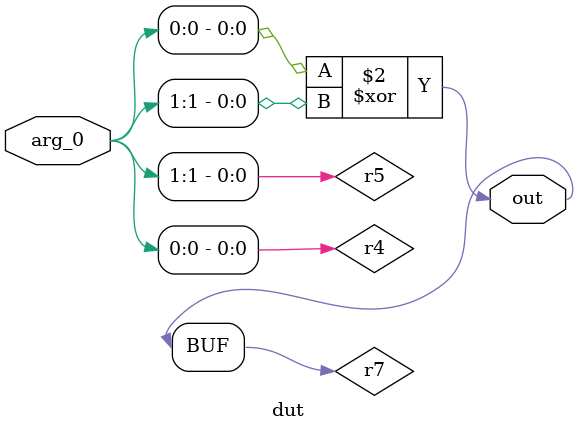
<source format=v>
module testbench();
   reg [1:0] i;
   wire [0:0] o;
   reg [0:0] rust_out;
   dut t(.arg_0(i), .out(o));
   initial begin
      #0;
      i = 2'b00;
      rust_out = 1'b0;
      #1;
      if (o !== rust_out) begin
         $display("TESTBENCH FAILED: Expected %b, got %b -- Test 1 at time 100", rust_out, o);
         $finish;
      end
      #99;
      i = 2'b10;
      rust_out = 1'b1;
      #1;
      if (o !== rust_out) begin
         $display("TESTBENCH FAILED: Expected %b, got %b -- Test 2 at time 200", rust_out, o);
         $finish;
      end
      #99;
      i = 2'b01;
      rust_out = 1'b1;
      #1;
      if (o !== rust_out) begin
         $display("TESTBENCH FAILED: Expected %b, got %b -- Test 3 at time 300", rust_out, o);
         $finish;
      end
      #99;
      i = 2'b11;
      rust_out = 1'b0;
      #1;
      if (o !== rust_out) begin
         $display("TESTBENCH FAILED: Expected %b, got %b -- Test 4 at time 400", rust_out, o);
         $finish;
      end
      #99;
      i = 2'b00;
      rust_out = 1'b0;
      $display("TESTBENCH OK");
      $finish;
   end
endmodule
module dut(input wire [1:0] arg_0, output reg [0:0] out);
   reg  r4;
   reg  r5;
   reg  r7;
   always @(*) begin
      r4 = arg_0[0];
      r5 = arg_0[1];
      r7 = r4 ^ r5;
      out = {r7};
   end
endmodule

</source>
